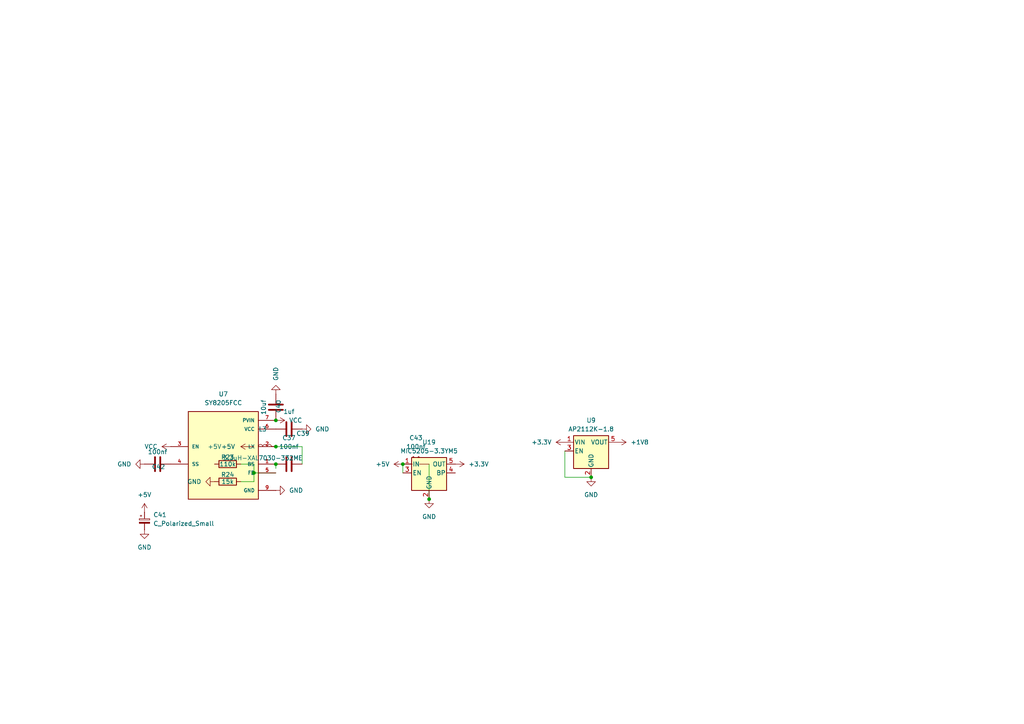
<source format=kicad_sch>
(kicad_sch (version 20250114) (generator "eeschema") (generator_version "9.0")
  (paper "A4")
  (title_block (title "Blitz") (date "2026-02-19"))
  (lib_symbols
    (symbol "Device:C" (pin_numbers (hide yes)) (pin_names (offset 0.254))
      (property "Reference" "C" (at 0.635 2.54 0))
      (property "Value" "C" (at 0.635 -2.54 0))
      (symbol "C_0_1"
        (polyline (pts (xy -2.032 0.762) (xy 2.032 0.762)) (stroke (width 0.508)))
        (polyline (pts (xy -2.032 -0.762) (xy 2.032 -0.762)) (stroke (width 0.508)))
      )
      (symbol "C_1_1"
        (pin passive line (at 0 3.81 270) (length 2.794) (name "~") (number "1"))
        (pin passive line (at 0 -3.81 90) (length 2.794) (name "~") (number "2"))
      )
    )
    (symbol "Device:C_Polarized_Small" (pin_numbers (hide yes)) (pin_names (offset 0.254) (hide yes))
      (property "Reference" "C" (at 0.254 1.778 0))
      (property "Value" "C_Polarized_Small" (at 0.254 -2.032 0))
      (symbol "C_Polarized_Small_0_1"
        (rectangle (start -1.524 0.6858) (end 1.524 0.3048))
        (rectangle (start -1.524 -0.3048) (end 1.524 -0.6858) (fill (type outline)))
        (polyline (pts (xy -1.27 1.524) (xy -0.762 1.524)))
        (polyline (pts (xy -1.016 1.27) (xy -1.016 1.778)))
      )
      (symbol "C_Polarized_Small_1_1"
        (pin passive line (at 0 2.54 270) (length 1.8542) (name "~") (number "1"))
        (pin passive line (at 0 -2.54 90) (length 1.8542) (name "~") (number "2"))
      )
    )
    (symbol "Device:L" (pin_numbers (hide yes)) (pin_names (offset 1.016) (hide yes))
      (property "Reference" "L" (at -1.27 0 90))
      (property "Value" "L" (at 1.905 0 90))
      (symbol "L_0_1"
        (arc (start 0 2.54) (mid 0.6323 1.905) (end 0 1.27))
        (arc (start 0 1.27) (mid 0.6323 0.635) (end 0 0))
        (arc (start 0 0) (mid 0.6323 -0.635) (end 0 -1.27))
        (arc (start 0 -1.27) (mid 0.6323 -1.905) (end 0 -2.54))
      )
      (symbol "L_1_1"
        (pin passive line (at 0 3.81 270) (length 1.27) (name "1") (number "1"))
        (pin passive line (at 0 -3.81 90) (length 1.27) (name "2") (number "2"))
      )
    )
    (symbol "Device:R" (pin_numbers (hide yes)) (pin_names (offset 0))
      (property "Reference" "R" (at 2.032 0 90))
      (property "Value" "R" (at 0 0 90))
      (symbol "R_0_1"
        (rectangle (start -1.016 -2.54) (end 1.016 2.54) (stroke (width 0.254)))
      )
      (symbol "R_1_1"
        (pin passive line (at 0 3.81 270) (length 1.27) (name "~") (number "1"))
        (pin passive line (at 0 -3.81 90) (length 1.27) (name "~") (number "2"))
      )
    )
    (symbol "Regulator_Linear:AP2112K-1.8" (pin_names (offset 0.254))
      (property "Reference" "U" (at -5.08 5.715 0))
      (property "Value" "AP2112K-1.8" (at 0 5.715 0))
      (symbol "AP2112K-1.8_0_1"
        (rectangle (start -5.08 4.445) (end 5.08 -5.08) (stroke (width 0.254)) (fill (type background)))
      )
      (symbol "AP2112K-1.8_1_1"
        (pin power_in line (at -7.62 2.54 0) (length 2.54) (name "VIN") (number "1"))
        (pin input line (at -7.62 0 0) (length 2.54) (name "EN") (number "3"))
        (pin power_in line (at 0 -7.62 90) (length 2.54) (name "GND") (number "2"))
        (pin no_connect line (at 5.08 0 180) (length 2.54) (hide yes) (name "NC") (number "4"))
        (pin power_out line (at 7.62 2.54 180) (length 2.54) (name "VOUT") (number "5"))
      )
    )
    (symbol "Regulator_Linear:MIC5205-3.3YM5" (pin_names (offset 0.254))
      (property "Reference" "U" (at -3.81 5.715 0))
      (property "Value" "MIC5205-3.3YM5" (at 0 5.715 0))
      (symbol "MIC5205-3.3YM5_0_1"
        (rectangle (start -5.08 4.445) (end 5.08 -5.08) (stroke (width 0.254)) (fill (type background)))
      )
      (symbol "MIC5205-3.3YM5_1_1"
        (pin power_in line (at -7.62 2.54 0) (length 2.54) (name "IN") (number "1"))
        (pin input line (at -7.62 0 0) (length 2.54) (name "EN") (number "3"))
        (pin power_in line (at 0 -7.62 90) (length 2.54) (name "GND") (number "2"))
        (pin power_out line (at 7.62 2.54 180) (length 2.54) (name "OUT") (number "5"))
        (pin input line (at 7.62 0 180) (length 2.54) (name "BP") (number "4"))
      )
    )
    (symbol "SY8205FCC:SY8205FCC" (pin_names (offset 1.016))
      (property "Reference" "U" (at -10.16 13.335 0))
      (property "Value" "SY8205FCC" (at -10.16 -15.24 0))
      (symbol "SY8205FCC_0_0"
        (rectangle (start -10.16 -12.7) (end 10.16 12.7) (stroke (width 0.254)) (fill (type background)))
        (pin passive line (at -15.24 2.54 0) (length 5.08) (name "EN") (number "3"))
        (pin passive line (at -15.24 -2.54 0) (length 5.08) (name "SS") (number "4"))
        (pin power_in line (at 15.24 10.16 180) (length 5.08) (name "PVIN") (number "7"))
        (pin power_in line (at 15.24 10.16 180) (length 5.08) (hide yes) (name "PVIN") (number "8"))
        (pin power_in line (at 15.24 7.62 180) (length 5.08) (name "VCC") (number "6"))
        (pin output line (at 15.24 2.54 180) (length 5.08) (name "LX") (number "2"))
        (pin passive line (at 15.24 -2.54 180) (length 5.08) (name "BS") (number "1"))
        (pin passive line (at 15.24 -5.08 180) (length 5.08) (name "FB") (number "5"))
        (pin power_in line (at 15.24 -10.16 180) (length 5.08) (name "GND") (number "9"))
      )
    )
    (symbol "power:+1V8" (power) (pin_numbers (hide yes)) (pin_names (offset 0) (hide yes))
      (property "Value" "+1V8" (at 0 3.556 0))
      (symbol "+1V8_0_1"
        (polyline (pts (xy -0.762 1.27) (xy 0 2.54)))
        (polyline (pts (xy 0 2.54) (xy 0.762 1.27)))
        (polyline (pts (xy 0 0) (xy 0 2.54)))
      )
      (symbol "+1V8_1_1"
        (pin power_in line (at 0 0 90) (length 0) (name "~") (number "1"))
      )
    )
    (symbol "power:+3.3V" (power) (pin_numbers (hide yes)) (pin_names (offset 0) (hide yes))
      (property "Value" "+3.3V" (at 0 3.556 0))
      (symbol "+3.3V_0_1"
        (polyline (pts (xy -0.762 1.27) (xy 0 2.54)))
        (polyline (pts (xy 0 2.54) (xy 0.762 1.27)))
        (polyline (pts (xy 0 0) (xy 0 2.54)))
      )
      (symbol "+3.3V_1_1"
        (pin power_in line (at 0 0 90) (length 0) (name "~") (number "1"))
      )
    )
    (symbol "power:+5V" (power) (pin_numbers (hide yes)) (pin_names (offset 0) (hide yes))
      (property "Value" "+5V" (at 0 3.556 0))
      (symbol "+5V_0_1"
        (polyline (pts (xy -0.762 1.27) (xy 0 2.54)))
        (polyline (pts (xy 0 2.54) (xy 0.762 1.27)))
        (polyline (pts (xy 0 0) (xy 0 2.54)))
      )
      (symbol "+5V_1_1"
        (pin power_in line (at 0 0 90) (length 0) (name "~") (number "1"))
      )
    )
    (symbol "power:GND" (power) (pin_numbers (hide yes)) (pin_names (offset 0) (hide yes))
      (property "Value" "GND" (at 0 -3.81 0))
      (symbol "GND_0_1"
        (polyline (pts (xy 0 0) (xy 0 -1.27) (xy 1.27 -1.27) (xy 0 -2.54) (xy -1.27 -1.27) (xy 0 -1.27)))
      )
      (symbol "GND_1_1"
        (pin power_in line (at 0 0 270) (length 0) (name "~") (number "1"))
      )
    )
    (symbol "power:VCC" (power) (pin_numbers (hide yes)) (pin_names (offset 0) (hide yes))
      (property "Value" "VCC" (at 0 3.556 0))
      (symbol "VCC_0_1"
        (polyline (pts (xy -0.762 1.27) (xy 0 2.54)))
        (polyline (pts (xy 0 2.54) (xy 0.762 1.27)))
        (polyline (pts (xy 0 0) (xy 0 2.54)))
      )
      (symbol "VCC_1_1"
        (pin power_in line (at 0 0 90) (length 0) (name "~") (number "1"))
      )
    )
  )
  (junction (at 73.66 137.16))
  (junction (at 171.45 138.43))
  (junction (at 116.84 134.62))
  (junction (at 124.46 144.78))
  (junction (at 80.01 129.54))
  (junction (at 80.01 134.62))
  (junction (at 80.01 121.92))
  (wire (pts (xy 80.01 129.54) (xy 87.63 129.54)))
  (wire (pts (xy 73.66 134.62) (xy 73.66 137.16)))
  (wire (pts (xy 80.01 135.89) (xy 80.01 134.62)))
  (wire (pts (xy 87.63 129.54) (xy 87.63 134.62)))
  (wire (pts (xy 73.66 137.16) (xy 80.01 137.16)))
  (wire (pts (xy 73.66 137.16) (xy 73.66 139.7)))
  (wire (pts (xy 69.85 134.62) (xy 73.66 134.62)))
  (wire (pts (xy 124.46 134.62) (xy 124.46 144.78)))
  (wire (pts (xy 171.45 138.43) (xy 163.83 138.43)))
  (wire (pts (xy 116.84 134.62) (xy 116.84 137.16)))
  (wire (pts (xy 69.85 139.7) (xy 73.66 139.7)))
  (wire (pts (xy 163.83 138.43) (xy 163.83 130.81)))
  (symbol (lib_id "Device:C_Polarized_Small") (at 41.91 151.13 0) (unit 1)
    (property "Reference" "C41" (at 44.45 149.3138 0) (effects (justify left)))
    (property "Value" "C_Polarized_Small" (at 44.45 151.8538 0) (effects (justify left)))
    (property "Footprint" "Capacitor_SMD:CP_Elec_3x5.3" (effects (hide yes)))
    (property "Description" "Polarized capacitor, small symbol" (effects (hide yes)))
  )
  (symbol (lib_id "Device:C") (at 45.72 134.62 90) (unit 1)
    (property "Reference" "C42" (at 45.974 135.382 90))
    (property "Value" "100nf" (at 45.72 131.064 90))
    (property "Footprint" "Capacitor_SMD:C_0402_1005Metric" (effects (hide yes)))
    (property "Description" "Unpolarized capacitor" (effects (hide yes)))
  )
  (symbol (lib_id "power:GND") (at 87.63 124.46 90) (unit 1)
    (property "Reference" "#PWR037" (effects (hide yes)))
    (property "Value" "GND" (at 91.44 124.4599 90) (effects (justify right)))
    (property "Description" "Power symbol creates a global label with name \"GND\" , ground" (effects (hide yes)))
  )
  (symbol (lib_id "power:GND") (at 41.91 134.62 270) (unit 1)
    (property "Reference" "#PWR045" (effects (hide yes)))
    (property "Value" "GND" (at 38.1 134.6199 90) (effects (justify right)))
    (property "Description" "Power symbol creates a global label with name \"GND\" , ground" (effects (hide yes)))
  )
  (symbol (lib_id "Regulator_Linear:AP2112K-1.8") (at 171.45 130.81 0) (unit 1)
    (property "Reference" "U9" (at 171.45 121.92 0))
    (property "Value" "AP2112K-1.8" (at 171.45 124.46 0))
    (property "Footprint" "Package_TO_SOT_SMD:SOT-23-5" (effects (hide yes)))
    (property "Datasheet" "https://www.diodes.com/assets/Datasheets/AP2112.pdf" (effects (hide yes)))
    (property "Description" "600mA low dropout linear regulator, with enable pin, 2.5V-6V input voltage range, 1.8V fixed positive output, SOT-23-5" (effects (hide yes)))
  )
  (symbol (lib_id "Device:C") (at 83.82 134.62 90) (unit 1)
    (property "Reference" "C37" (at 83.82 127 90))
    (property "Value" "100nf" (at 83.82 129.54 90))
    (property "Footprint" "Capacitor_SMD:C_1206_3216Metric_Pad1.33x1.80mm_HandSolder" (effects (hide yes)))
    (property "Description" "Unpolarized capacitor" (effects (hide yes)))
  )
  (symbol (lib_id "Device:C") (at 83.82 124.46 90) (unit 1)
    (property "Reference" "C39" (at 87.884 125.73 90))
    (property "Value" "1uf" (at 83.82 119.38 90))
    (property "Footprint" "Capacitor_SMD:C_1206_3216Metric_Pad1.33x1.80mm_HandSolder" (effects (hide yes)))
    (property "Description" "Unpolarized capacitor" (effects (hide yes)))
  )
  (symbol (lib_id "power:GND") (at 41.91 153.67 0) (unit 1)
    (property "Reference" "#PWR044" (effects (hide yes)))
    (property "Value" "GND" (at 41.91 158.75 0))
    (property "Description" "Power symbol creates a global label with name \"GND\" , ground" (effects (hide yes)))
  )
  (symbol (lib_id "power:+3.3V") (at 163.83 128.27 90) (unit 1)
    (property "Reference" "#PWR050" (effects (hide yes)))
    (property "Value" "+3.3V" (at 160.02 128.2699 90) (effects (justify left)))
    (property "Description" "Power symbol creates a global label with name \"+3.3V\"" (effects (hide yes)))
  )
  (symbol (lib_id "Device:C") (at 80.01 118.11 180) (unit 1)
    (property "Reference" "C40" (at 80.772 117.856 90))
    (property "Value" "10uf" (at 76.454 118.11 90))
    (property "Footprint" "Capacitor_SMD:C_0402_1005Metric" (effects (hide yes)))
    (property "Description" "Unpolarized capacitor" (effects (hide yes)))
  )
  (symbol (lib_id "Device:L") (at 76.2 129.54 90) (unit 1)
    (property "Reference" "L3" (at 76.2 124.46 90))
    (property "Value" "3.3uH-XAL7030-332ME" (at 76.2 132.842 90))
    (property "Footprint" "Inductor_SMD:L_6.3x6.3_H3" (effects (hide yes)))
    (property "Description" "Inductor" (effects (hide yes)))
  )
  (symbol (lib_id "power:GND") (at 62.23 139.7 270) (unit 1)
    (property "Reference" "#PWR042" (effects (hide yes)))
    (property "Value" "GND" (at 58.42 139.6999 90) (effects (justify right)))
    (property "Description" "Power symbol creates a global label with name \"GND\" , ground" (effects (hide yes)))
  )
  (symbol (lib_id "power:+5V") (at 62.23 134.62 0) (unit 1)
    (property "Reference" "#PWR040" (effects (hide yes)))
    (property "Value" "+5V" (at 62.23 129.54 0))
    (property "Description" "Power symbol creates a global label with name \"+5V\"" (effects (hide yes)))
  )
  (symbol (lib_id "SY8205FCC:SY8205FCC") (at 64.77 132.08 0) (unit 1)
    (property "Reference" "U7" (at 64.77 114.3 0))
    (property "Value" "SY8205FCC" (at 64.77 116.84 0))
    (property "Footprint" "SY8205FCC:VREG_SY8205FCC" (effects (hide yes)))
    (property "MF" "Silergy" (effects (hide yes)))
    (property "MAXIMUM_PACKAGE_HEIGHT" "1.60 mm" (effects (hide yes)))
    (property "Package" "Package" (effects (hide yes)))
    (property "Price" "None" (effects (hide yes)))
    (property "Check_prices" "https://www.snapeda.com/parts/SY8205FCC/Silergy/view-part/?ref=eda" (effects (hide yes)))
    (property "STANDARD" "Manufacturer Recommendations" (effects (hide yes)))
    (property "PARTREV" "0.4" (effects (hide yes)))
    (property "SnapEDA_Link" "https://www.snapeda.com/parts/SY8205FCC/Silergy/view-part/?ref=snap" (effects (hide yes)))
    (property "MP" "SY8205FCC" (effects (hide yes)))
    (property "Description_1" "High-Efficiency Fast Response，5A, 30V Input Synchronous Step Down Regulator" (effects (hide yes)))
    (property "Availability" "In Stock" (effects (hide yes)))
    (property "MANUFACTURER" "Silergy" (effects (hide yes)))
  )
  (symbol (lib_id "power:+5V") (at 41.91 148.59 0) (unit 1)
    (property "Reference" "#PWR043" (effects (hide yes)))
    (property "Value" "+5V" (at 41.91 143.51 0))
    (property "Description" "Power symbol creates a global label with name \"+5V\"" (effects (hide yes)))
  )
  (symbol (lib_id "power:GND") (at 171.45 138.43 0) (unit 1)
    (property "Reference" "#PWR049" (effects (hide yes)))
    (property "Value" "GND" (at 171.45 143.51 0))
    (property "Description" "Power symbol creates a global label with name \"GND\" , ground" (effects (hide yes)))
  )
  (symbol (lib_id "Regulator_Linear:MIC5205-3.3YM5") (at 124.46 137.16 0) (unit 1)
    (property "Reference" "U19" (at 124.46 128.27 0))
    (property "Value" "MIC5205-3.3YM5" (at 124.46 130.81 0))
    (property "Footprint" "Package_TO_SOT_SMD:SOT-23-5" (effects (hide yes)))
    (property "Datasheet" "http://ww1.microchip.com/downloads/en/DeviceDoc/20005785A.pdf" (effects (hide yes)))
    (property "Description" "150mA low dropout linear regulator, fixed 3.3V output, SOT-23-5" (effects (hide yes)))
  )
  (symbol (lib_id "power:+1V8") (at 179.07 128.27 270) (unit 1)
    (property "Reference" "#PWR051" (effects (hide yes)))
    (property "Value" "+1V8" (at 182.88 128.2699 90) (effects (justify left)))
    (property "Description" "Power symbol creates a global label with name \"+1V8\"" (effects (hide yes)))
  )
  (symbol (lib_id "Device:R") (at 66.04 134.62 90) (unit 1)
    (property "Reference" "R23" (at 66.04 132.588 90))
    (property "Value" "110k" (at 66.04 134.62 90))
    (property "Footprint" "Resistor_SMD:R_0508_1220Metric_Pad1.12x2.15mm_HandSolder" (effects (hide yes)))
    (property "Description" "Resistor" (effects (hide yes)))
  )
  (symbol (lib_id "power:GND") (at 80.01 114.3 180) (unit 1)
    (property "Reference" "#PWR039" (effects (hide yes)))
    (property "Value" "GND" (at 80.0099 110.49 90) (effects (justify right)))
    (property "Description" "Power symbol creates a global label with name \"GND\" , ground" (effects (hide yes)))
  )
  (symbol (lib_id "power:GND") (at 124.46 144.78 0) (unit 1)
    (property "Reference" "#PWR058" (effects (hide yes)))
    (property "Value" "GND" (at 124.46 149.86 0))
    (property "Description" "Power symbol creates a global label with name \"GND\" , ground" (effects (hide yes)))
  )
  (symbol (lib_id "power:VCC") (at 80.01 121.92 270) (unit 1)
    (property "Reference" "#PWR036" (effects (hide yes)))
    (property "Value" "VCC" (at 83.82 121.9199 90) (effects (justify left)))
    (property "Description" "Power symbol creates a global label with name \"VCC\"" (effects (hide yes)))
  )
  (symbol (lib_id "power:+5V") (at 116.84 134.62 90) (unit 1)
    (property "Reference" "#PWR057" (effects (hide yes)))
    (property "Value" "+5V" (at 113.03 134.6199 90) (effects (justify left)))
    (property "Description" "Power symbol creates a global label with name \"+5V\"" (effects (hide yes)))
  )
  (symbol (lib_id "power:+3.3V") (at 132.08 134.62 270) (unit 1)
    (property "Reference" "#PWR048" (effects (hide yes)))
    (property "Value" "+3.3V" (at 135.89 134.6199 90) (effects (justify left)))
    (property "Description" "Power symbol creates a global label with name \"+3.3V\"" (effects (hide yes)))
  )
  (symbol (lib_id "power:GND") (at 80.01 142.24 90) (unit 1)
    (property "Reference" "#PWR035" (effects (hide yes)))
    (property "Value" "GND" (at 83.82 142.2399 90) (effects (justify right)))
    (property "Description" "Power symbol creates a global label with name \"GND\" , ground" (effects (hide yes)))
  )
  (symbol (lib_id "Device:C") (at 120.65 134.62 90) (unit 1)
    (property "Reference" "C43" (at 120.65 127 90))
    (property "Value" "100nf" (at 120.65 129.54 90))
    (property "Footprint" "Capacitor_SMD:C_1206_3216Metric_Pad1.33x1.80mm_HandSolder" (effects (hide yes)))
    (property "Description" "Unpolarized capacitor" (effects (hide yes)))
  )
  (symbol (lib_id "power:+5V") (at 72.39 129.54 90) (unit 1)
    (property "Reference" "#PWR041" (effects (hide yes)))
    (property "Value" "+5V" (at 68.2348 129.5399 90) (effects (justify left)))
    (property "Description" "Power symbol creates a global label with name \"+5V\"" (effects (hide yes)))
  )
  (symbol (lib_id "Device:R") (at 66.04 139.7 90) (unit 1)
    (property "Reference" "R24" (at 66.04 137.668 90))
    (property "Value" "15k" (at 66.04 139.7 90))
    (property "Footprint" "Resistor_SMD:R_0508_1220Metric" (effects (hide yes)))
    (property "Description" "Resistor" (effects (hide yes)))
  )
  (symbol (lib_id "power:VCC") (at 49.53 129.54 90) (unit 1)
    (property "Reference" "#PWR038" (effects (hide yes)))
    (property "Value" "VCC" (at 45.72 129.5399 90) (effects (justify left)))
    (property "Description" "Power symbol creates a global label with name \"VCC\"" (effects (hide yes)))
  )
)
</source>
